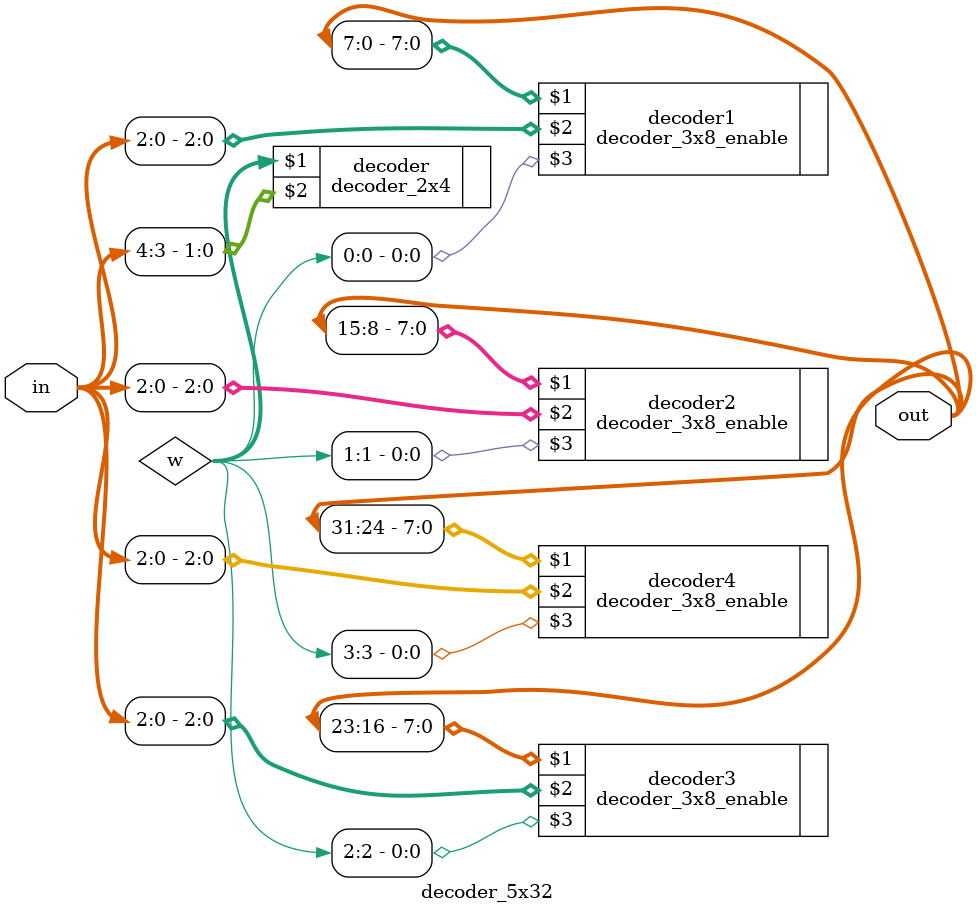
<source format=v>
module decoder_5x32(out, in);

output [31:0] out;
input [4:0] in;

wire [3:0] w;

decoder_2x4 decoder(w, in[4:3]);

decoder_3x8_enable decoder1(out[7:0], in[2:0], w[0]);
decoder_3x8_enable decoder2(out[15:8], in[2:0], w[1]);
decoder_3x8_enable decoder3(out[23:16], in[2:0], w[2]);
decoder_3x8_enable decoder4(out[31:24], in[2:0], w[3]);

endmodule


/* Testbench

module testbench;

wire [31:0] out;
reg [4:0] in;
integer i;

decoder_5x32(out, in);

initial begin

in = 5'b00000;

for (i = 0; i < 32; i = i + 1) begin
	#100 in = in + 1'b1;
end

end

endmodule

*/
</source>
